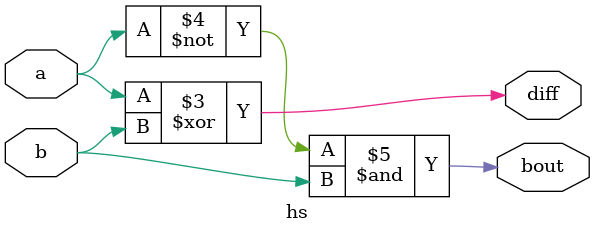
<source format=v>
module hs(input a,b,output diff,bout);

assign diff=a^b;
assign bout=~a&b;

endmodule


module hs_tb();
reg a,b;
wire diff,bout;

hs gate (a,b,diff,bout);

initial
repeat(4)
begin
a=$random;b=$random;#10;
end

initial
$monitor("a=%b b=%b diff=%b bout=%b Time=%0t",a,b,diff,bout,$time);
endmodule

</source>
